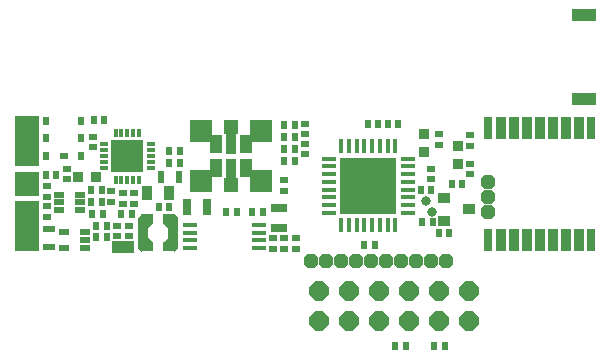
<source format=gts>
G75*
%MOIN*%
%OFA0B0*%
%FSLAX24Y24*%
%IPPOS*%
%LPD*%
%AMOC8*
5,1,8,0,0,1.08239X$1,22.5*
%
%ADD10R,0.0740X0.0740*%
%ADD11R,0.0490X0.0490*%
%ADD12R,0.0320X0.0740*%
%ADD13R,0.0390X0.0600*%
%ADD14R,0.0138X0.0316*%
%ADD15R,0.0316X0.0138*%
%ADD16R,0.1064X0.1064*%
%ADD17OC8,0.0476*%
%ADD18R,0.0237X0.0276*%
%ADD19R,0.0276X0.0237*%
%ADD20R,0.0355X0.0749*%
%ADD21R,0.0316X0.0749*%
%ADD22R,0.0355X0.0355*%
%ADD23R,0.0512X0.0178*%
%ADD24R,0.0340X0.1040*%
%ADD25R,0.0390X0.0140*%
%ADD26R,0.0190X0.0215*%
%ADD27R,0.0181X0.0181*%
%ADD28R,0.0252X0.0252*%
%ADD29R,0.0355X0.0512*%
%ADD30R,0.0460X0.0180*%
%ADD31R,0.0180X0.0460*%
%ADD32R,0.1890X0.1890*%
%ADD33C,0.0316*%
%ADD34R,0.0276X0.0197*%
%ADD35R,0.0316X0.0552*%
%ADD36R,0.0197X0.0276*%
%ADD37R,0.0552X0.0316*%
%ADD38R,0.0237X0.0394*%
%ADD39R,0.0394X0.0237*%
%ADD40R,0.0827X0.1694*%
%ADD41R,0.0827X0.0827*%
%ADD42R,0.0355X0.0197*%
%ADD43R,0.0394X0.0355*%
%ADD44R,0.0749X0.0394*%
%ADD45OC8,0.0640*%
%ADD46R,0.0827X0.0434*%
D10*
X011996Y006363D03*
X013996Y006363D03*
X013996Y008017D03*
X011996Y008017D03*
D11*
X012996Y008167D03*
X012996Y006213D03*
D12*
X012996Y006740D03*
X012996Y007640D03*
D13*
X012496Y007590D03*
X013496Y007590D03*
X013496Y006790D03*
X012496Y006790D03*
D14*
X009925Y006402D03*
X009728Y006402D03*
X009532Y006402D03*
X009335Y006402D03*
X009138Y006402D03*
X009138Y007977D03*
X009335Y007977D03*
X009532Y007977D03*
X009728Y007977D03*
X009925Y007977D03*
D15*
X010319Y007583D03*
X010319Y007387D03*
X010319Y007190D03*
X010319Y006993D03*
X010319Y006796D03*
X008744Y006796D03*
X008744Y006993D03*
X008744Y007190D03*
X008744Y007387D03*
X008744Y007583D03*
D16*
X009532Y007190D03*
D17*
X015667Y003686D03*
X016167Y003686D03*
X016667Y003686D03*
X017167Y003686D03*
X017667Y003686D03*
X018167Y003686D03*
X018667Y003686D03*
X019167Y003686D03*
X019667Y003686D03*
X020167Y003686D03*
X021553Y005333D03*
X021553Y005833D03*
X021553Y006333D03*
D18*
X007977Y007190D03*
X006835Y007190D03*
X006835Y007780D03*
X007977Y007780D03*
X007977Y008371D03*
X006835Y008371D03*
D19*
X007406Y007190D03*
D20*
X021973Y008135D03*
X022406Y008135D03*
X022839Y008135D03*
X023272Y008135D03*
X023705Y008135D03*
X024138Y008135D03*
X024571Y008135D03*
X024571Y004394D03*
X024138Y004394D03*
X023705Y004394D03*
X023272Y004394D03*
X022839Y004394D03*
X022406Y004394D03*
X021973Y004394D03*
D21*
X021559Y004394D03*
X024984Y004394D03*
X024984Y008135D03*
X021559Y008135D03*
D22*
X020555Y007524D03*
X019414Y007328D03*
X019414Y007918D03*
X020555Y006934D03*
X008488Y006481D03*
X007898Y006481D03*
D23*
X011608Y004896D03*
X011608Y004641D03*
X011608Y004385D03*
X011608Y004129D03*
X013912Y004129D03*
X013912Y004385D03*
X013912Y004641D03*
X013912Y004896D03*
D24*
X011055Y004631D03*
X010055Y004631D03*
D25*
X010180Y005181D03*
X010930Y005181D03*
X010930Y004081D03*
X010180Y004081D03*
D26*
X010280Y004218D03*
X010830Y004218D03*
X010830Y005043D03*
X010280Y005043D03*
D27*
G36*
X010132Y005131D02*
X010005Y005004D01*
X009878Y005131D01*
X010005Y005258D01*
X010132Y005131D01*
G37*
G36*
X010979Y005131D02*
X011106Y005258D01*
X011233Y005131D01*
X011106Y005004D01*
X010979Y005131D01*
G37*
G36*
X010979Y004130D02*
X011106Y004257D01*
X011233Y004130D01*
X011106Y004003D01*
X010979Y004130D01*
G37*
G36*
X010132Y004130D02*
X010005Y004003D01*
X009878Y004130D01*
X010005Y004257D01*
X010132Y004130D01*
G37*
D28*
G36*
X010383Y004307D02*
X010205Y004129D01*
X010027Y004307D01*
X010205Y004485D01*
X010383Y004307D01*
G37*
G36*
X010727Y004307D02*
X010905Y004485D01*
X011083Y004307D01*
X010905Y004129D01*
X010727Y004307D01*
G37*
G36*
X010727Y004955D02*
X010905Y005133D01*
X011083Y004955D01*
X010905Y004777D01*
X010727Y004955D01*
G37*
G36*
X010383Y004955D02*
X010205Y004777D01*
X010027Y004955D01*
X010205Y005133D01*
X010383Y004955D01*
G37*
D29*
X010201Y005969D03*
X010910Y005969D03*
D30*
X016253Y006076D03*
X016253Y005826D03*
X016253Y005566D03*
X016253Y005306D03*
X016253Y006336D03*
X016253Y006586D03*
X016253Y006846D03*
X016253Y007106D03*
X018873Y007106D03*
X018873Y006846D03*
X018873Y006586D03*
X018873Y006336D03*
X018873Y006076D03*
X018873Y005826D03*
X018873Y005566D03*
X018873Y005306D03*
D31*
X018463Y004896D03*
X018203Y004896D03*
X017943Y004896D03*
X017693Y004896D03*
X017433Y004896D03*
X017183Y004896D03*
X016923Y004896D03*
X016663Y004896D03*
X016663Y007516D03*
X016923Y007516D03*
X017183Y007516D03*
X017433Y007516D03*
X017693Y007516D03*
X017943Y007516D03*
X018203Y007516D03*
X018463Y007516D03*
D32*
X017563Y006206D03*
D33*
X019492Y005694D03*
X019689Y005339D03*
D34*
X019650Y006422D03*
X019650Y006776D03*
X020949Y006934D03*
X020949Y006580D03*
X020949Y007524D03*
X020949Y007879D03*
X019925Y007918D03*
X019925Y007564D03*
X015437Y007603D03*
X015437Y007918D03*
X015437Y008272D03*
X015437Y007249D03*
X014768Y006383D03*
X014768Y006028D03*
X014768Y004454D03*
X015162Y004454D03*
X015162Y004099D03*
X014768Y004099D03*
X014374Y004099D03*
X014374Y004454D03*
X009768Y005595D03*
X009374Y005595D03*
X009000Y005674D03*
X009374Y005950D03*
X009000Y006028D03*
X009768Y005950D03*
X009571Y004867D03*
X009177Y004867D03*
X009177Y004513D03*
X009571Y004513D03*
X006854Y005162D03*
X006854Y005517D03*
X006854Y005831D03*
X006854Y006186D03*
X007524Y006422D03*
X007524Y006776D03*
X008390Y007485D03*
X008390Y007839D03*
D35*
X011520Y005497D03*
X012189Y005497D03*
D36*
X012819Y005339D03*
X013173Y005339D03*
X013685Y005339D03*
X014040Y005339D03*
X010929Y005497D03*
X010575Y005497D03*
X009679Y005270D03*
X009325Y005270D03*
X008715Y005270D03*
X008360Y005270D03*
X008321Y005664D03*
X008675Y005664D03*
X008675Y006058D03*
X008321Y006058D03*
X007169Y006560D03*
X006815Y006560D03*
X008498Y004877D03*
X008853Y004877D03*
X008853Y004483D03*
X008498Y004483D03*
X010929Y006954D03*
X011284Y006954D03*
X011284Y007347D03*
X010929Y007347D03*
X008764Y008410D03*
X008410Y008410D03*
X014748Y008213D03*
X015103Y008213D03*
X015103Y007820D03*
X014748Y007820D03*
X014748Y007426D03*
X015103Y007426D03*
X015103Y007032D03*
X014748Y007032D03*
X017543Y008253D03*
X017898Y008253D03*
X018213Y008253D03*
X018567Y008253D03*
X020339Y006245D03*
X020693Y006245D03*
X019669Y006048D03*
X019315Y006048D03*
X019354Y004985D03*
X019709Y004985D03*
X019906Y004631D03*
X020260Y004631D03*
X017780Y004237D03*
X017425Y004237D03*
X018449Y000851D03*
X018803Y000851D03*
X019748Y000851D03*
X020103Y000851D03*
D37*
X014571Y004808D03*
X014571Y005477D03*
D38*
X011244Y006481D03*
X010654Y006481D03*
D39*
X006933Y004178D03*
X006933Y004769D03*
D40*
X006185Y004852D03*
X006185Y007687D03*
D41*
X006185Y006269D03*
D42*
X007248Y005910D03*
X007248Y005654D03*
X007248Y005398D03*
X007957Y005398D03*
X007957Y005654D03*
X007957Y005910D03*
X008114Y004654D03*
X008114Y004394D03*
X008114Y004134D03*
X007406Y004134D03*
X007406Y004654D03*
D43*
X020083Y005044D03*
X020910Y005418D03*
X020083Y005792D03*
D44*
X009374Y004178D03*
D45*
X015929Y002690D03*
X016929Y002690D03*
X017929Y002690D03*
X018929Y002690D03*
X019929Y002690D03*
X020929Y002690D03*
X020929Y001690D03*
X019929Y001690D03*
X018929Y001690D03*
X017929Y001690D03*
X016929Y001690D03*
X015929Y001690D03*
D46*
X024768Y009089D03*
X024768Y011885D03*
M02*

</source>
